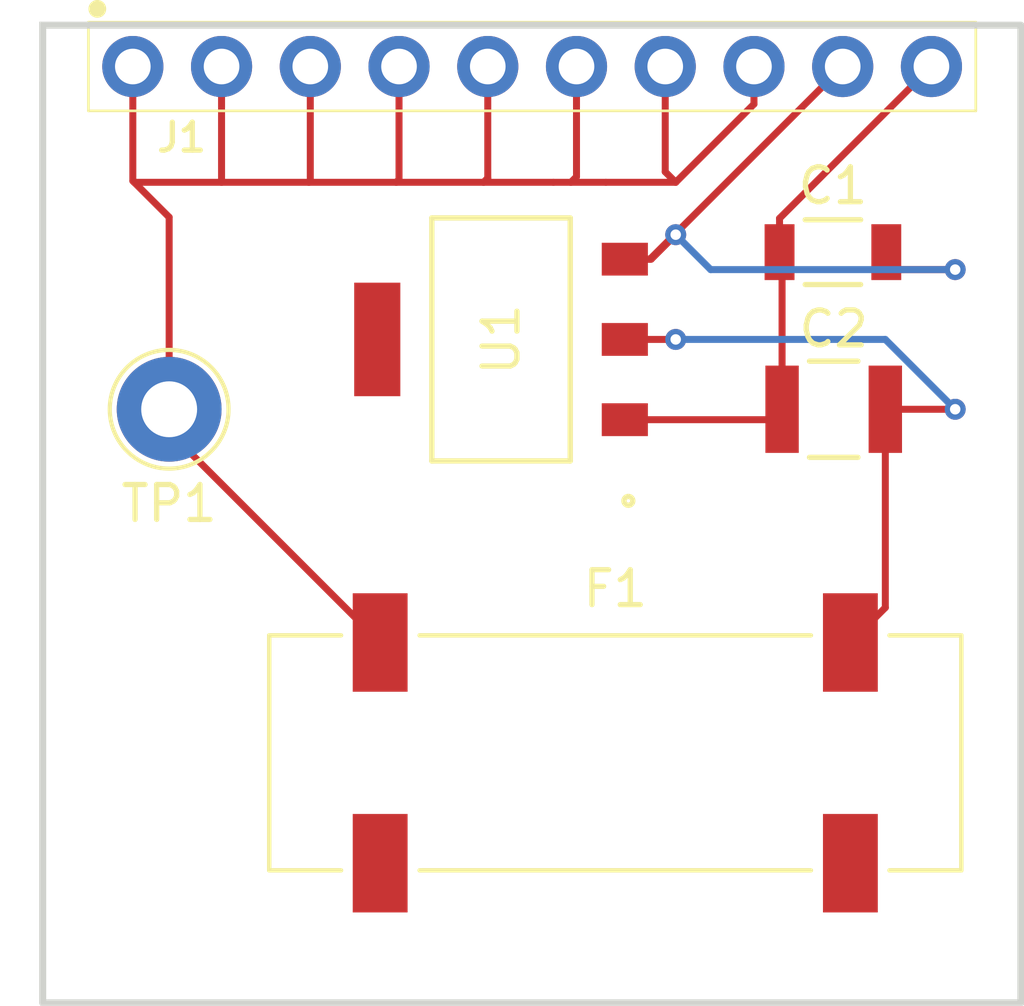
<source format=kicad_pcb>
(kicad_pcb (version 20240108) (generator "pcbnew") (generator_version "8.0")
  (layers (0 "F.Cu" signal) (31 "B.Cu" signal) (34 "B.Paste" user) (35 "F.Paste" user) (36 "B.SilkS" user "B.Silkscreen") (37 "F.SilkS" user "F.Silkscreen") (38 "B.Mask" user) (39 "F.Mask" user) (44 "Edge.Cuts" user))
  (net 0 "")
  (net 1 "/GND")
  (net 2 "/Vs")
  (net 3 "Net-(U1-VO)")
  (net 4 "Net-(F1-Pad1_1)")
  (footprint "TestPoint:TestPoint_Loop_D2.60mm_Drill1.6mm_Beaded" (layer "F.Cu") (at 62 32)
    (property "Reference" "TP1" (at 0 2.7 0) (layer "F.SilkS"))
    (property "Value" "TestPoint")
    (fp_circle (center 0 0) (end 1.7 0) (stroke (width 0.12)) (fill none) (layer "F.SilkS"))
    (pad "1" thru_hole circle (at 0 0) (size 3 3) (drill 1.6) (layers "*.Cu" "*.Mask") (net 4 "Net-(F1-Pad1_1)"))
  )
  (footprint "LT1117CST-5#PBF:SOT-223_ST_LIT-M" (layer "F.Cu") (at 71.5 30 90)
    (property "Reference" "U1" (at 0 0 90) (layer "F.SilkS"))
    (property "Value" "LT1117-5.0")
    (fp_poly (pts (xy 1.6256 -4.2037) (xy -1.6256 -4.2037) (xy -1.6256 -2.8829) (xy 1.6256 -2.8829)) (fill solid) (layer "F.Cu"))
    (fp_line (start 3.4798 -1.9812) (end -3.4798 -1.9812) (stroke (width 0.1524)) (layer "F.SilkS"))
    (fp_line (start -3.4798 -1.9812) (end -3.4798 1.9812) (stroke (width 0.1524)) (layer "F.SilkS"))
    (fp_line (start 3.4798 1.9812) (end 3.4798 -1.9812) (stroke (width 0.1524)) (layer "F.SilkS"))
    (fp_line (start -3.4798 1.9812) (end 3.4798 1.9812) (stroke (width 0.1524)) (layer "F.SilkS"))
    (fp_circle (center -4.6228 3.6449) (end -4.4958 3.6449) (stroke (width 0.1524)) (fill none) (layer "F.SilkS"))
    (pad "1" smd rect (at -2.2987 3.5433 90) (size 0.9398 1.3208) (layers "F.Cu" "F.Paste" "F.Mask") (net 1 "/GND"))
    (pad "2" smd rect (at 0 3.5433 90) (size 0.9398 1.3208) (layers "F.Cu" "F.Paste" "F.Mask") (net 3 "Net-(U1-VO)"))
    (pad "3" smd rect (at 2.2987 3.5433 90) (size 0.9398 1.3208) (layers "F.Cu" "F.Paste" "F.Mask") (net 2 "/Vs"))
  )
  (footprint "fuse:FUSE_3587TR" (layer "F.Cu") (at 74.77 41.84)
    (property "Reference" "F1" (at 0 -4.7 0) (layer "F.SilkS"))
    (property "Value" "3587TR")
    (fp_line (start -9.905 -3.365) (end -9.905 3.365) (stroke (width 0.127)) (layer "F.SilkS"))
    (fp_line (start -7.85 -3.365) (end -9.905 -3.365) (stroke (width 0.127)) (layer "F.SilkS"))
    (fp_line (start -7.85 3.365) (end -9.905 3.365) (stroke (width 0.127)) (layer "F.SilkS"))
    (fp_line (start -5.6 -3.365) (end 5.6 -3.365) (stroke (width 0.127)) (layer "F.SilkS"))
    (fp_line (start 5.6 3.365) (end -5.6 3.365) (stroke (width 0.127)) (layer "F.SilkS"))
    (fp_line (start 7.85 -3.365) (end 9.905 -3.365) (stroke (width 0.127)) (layer "F.SilkS"))
    (fp_line (start 7.85 3.365) (end 9.905 3.365) (stroke (width 0.127)) (layer "F.SilkS"))
    (fp_line (start 9.905 -3.365) (end 9.905 3.365) (stroke (width 0.127)) (layer "F.SilkS"))
    (pad "1_1" smd rect (at -6.73 -3.16) (size 1.57 2.82) (layers "F.Cu" "F.Paste" "F.Mask") (net 4 "Net-(F1-Pad1_1)"))
    (pad "1_2" smd rect (at -6.73 3.16) (size 1.57 2.82) (layers "F.Cu" "F.Paste" "F.Mask"))
    (pad "2_1" smd rect (at 6.73 -3.16) (size 1.57 2.82) (layers "F.Cu" "F.Paste" "F.Mask") (net 3 "Net-(U1-VO)"))
    (pad "2_2" smd rect (at 6.73 3.16) (size 1.57 2.82) (layers "F.Cu" "F.Paste" "F.Mask"))
  )
  (footprint "10 pin output:1X10-2.54MM-THT" (layer "F.Cu") (at 60.96 22.18415)
    (property "Reference" "J1" (at 1.397 2.032 0) (layer "F.SilkS") (effects (font (size 0.8 0.8))))
    (property "Value" "PH1-10-UA")
    (fp_line (start -1.27 -1.27) (end -1.27 1.27) (stroke (width 0.0762)) (layer "F.SilkS"))
    (fp_line (start -1.27 -1.27) (end 24.13 -1.27) (stroke (width 0.0762)) (layer "F.SilkS"))
    (fp_line (start 24.13 -1.27) (end 24.13 1.27) (stroke (width 0.0762)) (layer "F.SilkS"))
    (fp_line (start 24.13 1.27) (end -1.27 1.27) (stroke (width 0.0762)) (layer "F.SilkS"))
    (fp_circle (center -1.016 -1.651) (end -0.762 -1.651) (fill solid) (layer "F.SilkS"))
    (pad "1" thru_hole circle (at 0 0) (size 1.75 1.75) (drill 1.02) (layers "*.Cu" "*.Mask") (net 4 "Net-(F1-Pad1_1)"))
    (pad "2" thru_hole circle (at 2.54 0) (size 1.75 1.75) (drill 1.02) (layers "*.Cu" "*.Mask") (net 4 "Net-(F1-Pad1_1)"))
    (pad "3" thru_hole circle (at 5.08 0) (size 1.75 1.75) (drill 1.02) (layers "*.Cu" "*.Mask") (net 4 "Net-(F1-Pad1_1)"))
    (pad "4" thru_hole circle (at 7.62 0) (size 1.75 1.75) (drill 1.02) (layers "*.Cu" "*.Mask") (net 4 "Net-(F1-Pad1_1)"))
    (pad "5" thru_hole circle (at 10.16 0) (size 1.75 1.75) (drill 1.02) (layers "*.Cu" "*.Mask") (net 4 "Net-(F1-Pad1_1)"))
    (pad "6" thru_hole circle (at 12.7 0) (size 1.75 1.75) (drill 1.02) (layers "*.Cu" "*.Mask") (net 4 "Net-(F1-Pad1_1)"))
    (pad "7" thru_hole circle (at 15.24 0) (size 1.75 1.75) (drill 1.02) (layers "*.Cu" "*.Mask") (net 4 "Net-(F1-Pad1_1)"))
    (pad "8" thru_hole circle (at 17.78 0) (size 1.75 1.75) (drill 1.02) (layers "*.Cu" "*.Mask") (net 4 "Net-(F1-Pad1_1)"))
    (pad "9" thru_hole circle (at 20.32 0) (size 1.75 1.75) (drill 1.02) (layers "*.Cu" "*.Mask") (net 2 "/Vs"))
    (pad "10" thru_hole circle (at 22.86 0) (size 1.75 1.75) (drill 1.02) (layers "*.Cu" "*.Mask") (net 1 "/GND"))
  )
  (footprint "CL32A476KOJNNNE:CAP_CL32_SAM" (layer "F.Cu") (at 81.022199 32 180)
    (property "Reference" "C2" (at 0 2.3 0) (layer "F.SilkS"))
    (property "Value" "47u")
    (fp_line (start 0.692451 -1.377) (end -0.692451 -1.377) (stroke (width 0.1524)) (layer "F.SilkS"))
    (fp_line (start -0.692451 1.377) (end 0.692451 1.377) (stroke (width 0.1524)) (layer "F.SilkS"))
    (pad "1" smd rect (at -1.477801 0 180) (size 0.9556 2.5) (layers "F.Cu" "F.Paste" "F.Mask") (net 3 "Net-(U1-VO)"))
    (pad "2" smd rect (at 1.477801 0 180) (size 0.9556 2.5) (layers "F.Cu" "F.Paste" "F.Mask") (net 1 "/GND"))
  )
  (footprint "Capacitor_SMDC_1206_3216Metric:CAP_CL31_SAM" (layer "F.Cu") (at 81 27.5 180)
    (property "Reference" "C1" (at 0 1.9 0) (layer "F.SilkS"))
    (property "Value" "10u")
    (fp_line (start 0.792451 -0.927) (end -0.792451 -0.927) (stroke (width 0.1524)) (layer "F.SilkS"))
    (fp_line (start -0.792451 0.927) (end 0.792451 0.927) (stroke (width 0.1524)) (layer "F.SilkS"))
    (pad "1" smd rect (at -1.527801 0 180) (size 0.8556 1.6) (layers "F.Cu" "F.Paste" "F.Mask") (net 2 "/Vs"))
    (pad "2" smd rect (at 1.527801 0 180) (size 0.8556 1.6) (layers "F.Cu" "F.Paste" "F.Mask") (net 1 "/GND"))
  )
  (gr_rect (start 58.38 21) (end 86.38 49) (stroke (width 0.2)) (fill none) (layer "Edge.Cuts"))
  (segment (start 79.544398 32) (end 79.544398 28.1) (width 0.2) (layer "F.Cu") (net 1))
  (segment (start 79.472199 26.531951) (end 83.82 22.18415) (width 0.2) (layer "F.Cu") (net 1))
  (segment (start 79.544398 28.1) (end 79.444398 28) (width 0.2) (layer "F.Cu") (net 1))
  (segment (start 74.9925 32.2987) (end 79.245698 32.2987) (width 0.2) (layer "F.Cu") (net 1))
  (segment (start 79.444398 27.944398) (end 79.5 27.888796) (width 0.2) (layer "F.Cu") (net 1))
  (segment (start 79.245698 32.2987) (end 79.544398 32) (width 0.2) (layer "F.Cu") (net 1))
  (segment (start 79.444398 28) (end 79.444398 27.944398) (width 0.2) (layer "F.Cu") (net 1))
  (segment (start 79.472199 27.5) (end 79.472199 26.531951) (width 0.2) (layer "F.Cu") (net 1))
  (segment (start 82.5 28) (end 84.5 28) (width 0.2) (layer "F.Cu") (net 2))
  (segment (start 75.76285 27.7013) (end 81.28 22.18415) (width 0.2) (layer "F.Cu") (net 2))
  (segment (start 74.9925 27.7013) (end 75.76285 27.7013) (width 0.2) (layer "F.Cu") (net 2))
  (segment (start 74.9925 27.7013) (end 75.7987 27.7013) (width 0.2) (layer "F.Cu") (net 2))
  (segment (start 75.7987 27.7013) (end 76.5 27) (width 0.2) (layer "F.Cu") (net 2))
  (via (at 84.5 28) (size 0.6) (drill 0.3) (layers "F.Cu" "B.Cu") (net 2))
  (via (at 76.5 27) (size 0.6) (drill 0.3) (layers "F.Cu" "B.Cu") (net 2))
  (segment (start 84.5 28) (end 77.5 28) (width 0.2) (layer "B.Cu") (net 2))
  (segment (start 77.5 28) (end 76.5 27) (width 0.2) (layer "B.Cu") (net 2))
  (segment (start 82.5 32) (end 84.5 32) (width 0.2) (layer "F.Cu") (net 3))
  (segment (start 82.5 37.68) (end 81.5 38.68) (width 0.2) (layer "F.Cu") (net 3))
  (segment (start 82.5 32) (end 82.5 37.68) (width 0.2) (layer "F.Cu") (net 3))
  (segment (start 74.9925 30) (end 76.5 30) (width 0.2) (layer "F.Cu") (net 3))
  (via (at 76.5 30) (size 0.6) (drill 0.3) (layers "F.Cu" "B.Cu") (net 3))
  (via (at 84.5 32) (size 0.6) (drill 0.3) (layers "F.Cu" "B.Cu") (net 3))
  (segment (start 82.5 30) (end 76.5 30) (width 0.2) (layer "B.Cu") (net 3))
  (segment (start 84.5 32) (end 82.5 30) (width 0.2) (layer "B.Cu") (net 3))
  (segment (start 76.2 22.18415) (end 76.2 25.2) (width 0.2) (layer "F.Cu") (net 4))
  (segment (start 66.04 25.46) (end 66 25.5) (width 0.2) (layer "F.Cu") (net 4))
  (segment (start 66 25.5) (end 68.5 25.5) (width 0.2) (layer "F.Cu") (net 4))
  (segment (start 71 25.5) (end 73 25.5) (width 0.2) (layer "F.Cu") (net 4))
  (segment (start 73.66 25.34) (end 73.5 25.5) (width 0.2) (layer "F.Cu") (net 4))
  (segment (start 60.96 22.18415) (end 60.96 25.46) (width 0.2) (layer "F.Cu") (net 4))
  (segment (start 61 25.5) (end 62 26.5) (width 0.2) (layer "F.Cu") (net 4))
  (segment (start 63.5 25.5) (end 66 25.5) (width 0.2) (layer "F.Cu") (net 4))
  (segment (start 74.5 25.5) (end 76.5 25.5) (width 0.2) (layer "F.Cu") (net 4))
  (segment (start 68.58 25.42) (end 68.5 25.5) (width 0.2) (layer "F.Cu") (net 4))
  (segment (start 73 25.5) (end 73.5 25.5) (width 0.2) (layer "F.Cu") (net 4))
  (segment (start 62.5 32.5) (end 62.5 33.14) (width 0.2) (layer "F.Cu") (net 4))
  (segment (start 63.5 22.18415) (end 63.5 25.5) (width 0.2) (layer "F.Cu") (net 4))
  (segment (start 71.12 22.18415) (end 71.12 25.38) (width 0.2) (layer "F.Cu") (net 4))
  (segment (start 68.5 25.5) (end 71 25.5) (width 0.2) (layer "F.Cu") (net 4))
  (segment (start 73.5 25.5) (end 74.5 25.5) (width 0.2) (layer "F.Cu") (net 4))
  (segment (start 61 25.5) (end 63.5 25.5) (width 0.2) (layer "F.Cu") (net 4))
  (segment (start 76.5 25.5) (end 78.74 23.26) (width 0.2) (layer "F.Cu") (net 4))
  (segment (start 68.58 22.18415) (end 68.58 25.42) (width 0.2) (layer "F.Cu") (net 4))
  (segment (start 73.66 22.18415) (end 73.66 25.34) (width 0.2) (layer "F.Cu") (net 4))
  (segment (start 60.96 25.46) (end 61 25.5) (width 0.2) (layer "F.Cu") (net 4))
  (segment (start 68.04 38.68) (end 68.04 38.54) (width 0.2) (layer "F.Cu") (net 4))
  (segment (start 71.12 25.38) (end 71 25.5) (width 0.2) (layer "F.Cu") (net 4))
  (segment (start 76.2 25.2) (end 76.5 25.5) (width 0.2) (layer "F.Cu") (net 4))
  (segment (start 62 32) (end 62.5 32.5) (width 0.2) (layer "F.Cu") (net 4))
  (segment (start 66.04 22.18415) (end 66.04 25.46) (width 0.2) (layer "F.Cu") (net 4))
  (segment (start 62.5 33.14) (end 68.04 38.68) (width 0.2) (layer "F.Cu") (net 4))
  (segment (start 78.74 23.26) (end 78.74 22.18415) (width 0.2) (layer "F.Cu") (net 4))
  (segment (start 62 26.5) (end 62 32) (width 0.2) (layer "F.Cu") (net 4))
)
</source>
